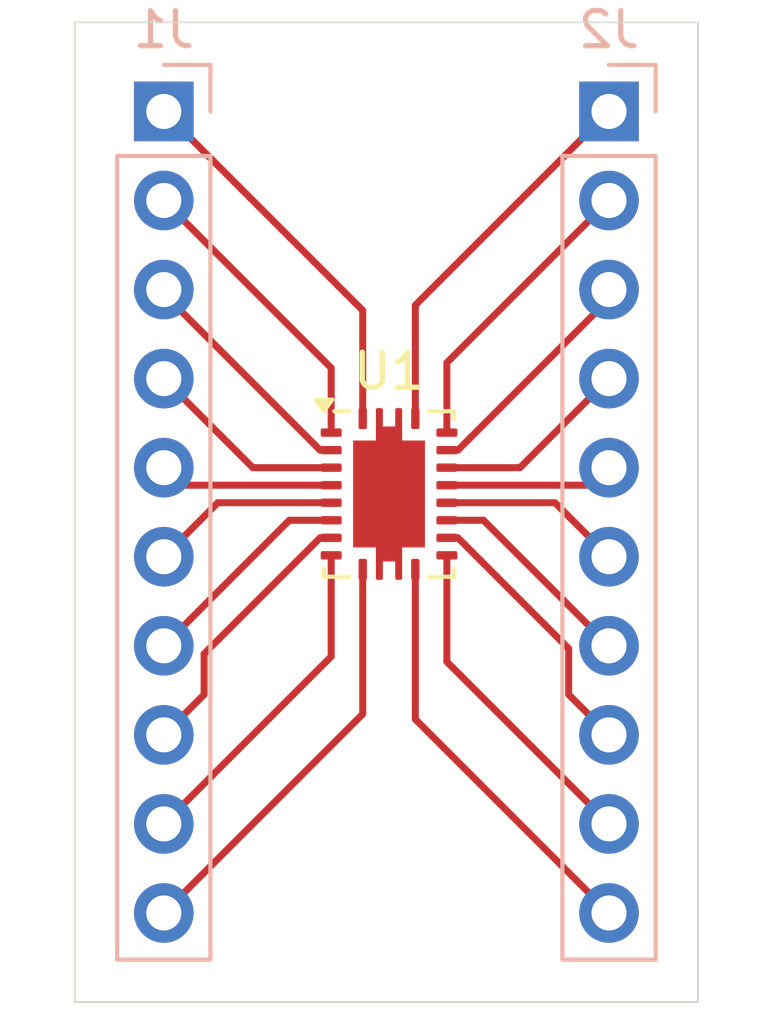
<source format=kicad_pcb>
(kicad_pcb (version 20240108) (generator "pcbnew") (generator_version "8.0")
  (layers (0 "F.Cu" signal) (31 "B.Cu" signal) (34 "B.Paste" user) (35 "F.Paste" user) (36 "B.SilkS" user "B.Silkscreen") (37 "F.SilkS" user "F.Silkscreen") (38 "B.Mask" user) (39 "F.Mask" user) (44 "Edge.Cuts" user))
  (net 0 "")
  (net 1 "OUT")
  (net 2 "AC1")
  (net 3 "PGND")
  (net 4 "CLAMP1")
  (net 5 "CHG")
  (net 6 "COMM1")
  (net 7 "AD")
  (net 8 "EN1")
  (net 9 "AD-EN")
  (net 10 "BOOT1")
  (net 11 "RECT")
  (net 12 "BOOT2")
  (net 13 "FOD")
  (net 14 "EN2")
  (net 15 "TS{slash}CTRL")
  (net 16 "AC2")
  (net 17 "ILIM")
  (net 18 "COMM2")
  (net 19 "CLAMP2")
  (footprint "Package_DFN_QFN:Texas_VQFN-RHL-20" (layer "F.Cu") (at 80.085 46.47)
    (property "Reference" "U1" (at 0 -3.5 0) (layer "F.SilkS"))
    (property "Value" "~")
    (fp_line (start -1.86 2.13) (end -1.86 2.36) (stroke (width 0.12)) (layer "F.SilkS"))
    (fp_line (start -1.86 2.36) (end -1.13 2.36) (stroke (width 0.12)) (layer "F.SilkS"))
    (fp_line (start -1.13 -2.36) (end -1.56 -2.36) (stroke (width 0.12)) (layer "F.SilkS"))
    (fp_line (start 1.13 -2.36) (end 1.86 -2.36) (stroke (width 0.12)) (layer "F.SilkS"))
    (fp_line (start 1.13 2.36) (end 1.86 2.36) (stroke (width 0.12)) (layer "F.SilkS"))
    (fp_line (start 1.86 -2.36) (end 1.86 -2.13) (stroke (width 0.12)) (layer "F.SilkS"))
    (fp_line (start 1.86 2.13) (end 1.86 2.36) (stroke (width 0.12)) (layer "F.SilkS"))
    (fp_poly (pts (xy -1.86 -2.36) (xy -2.1 -2.69) (xy -1.62 -2.69) (xy -1.86 -2.36)) (stroke (width 0.12)) (fill solid) (layer "F.SilkS"))
    (pad "1" smd roundrect (at -0.75 -2.15) (size 0.24 0.6) (layers "F.Cu" "F.Paste" "F.Mask") (roundrect_rratio 0.21) (net 3 "PGND"))
    (pad "2" smd roundrect (at -1.65 -1.75) (size 0.6 0.24) (layers "F.Cu" "F.Paste" "F.Mask") (roundrect_rratio 0.21) (net 2 "AC1"))
    (pad "3" smd roundrect (at -1.65 -1.25) (size 0.6 0.24) (layers "F.Cu" "F.Paste" "F.Mask") (roundrect_rratio 0.21) (net 10 "BOOT1"))
    (pad "4" smd roundrect (at -1.65 -0.75) (size 0.6 0.24) (layers "F.Cu" "F.Paste" "F.Mask") (roundrect_rratio 0.21) (net 1 "OUT"))
    (pad "5" smd roundrect (at -1.65 -0.25) (size 0.6 0.24) (layers "F.Cu" "F.Paste" "F.Mask") (roundrect_rratio 0.21) (net 4 "CLAMP1"))
    (pad "6" smd roundrect (at -1.65 0.25) (size 0.6 0.24) (layers "F.Cu" "F.Paste" "F.Mask") (roundrect_rratio 0.21) (net 6 "COMM1"))
    (pad "7" smd roundrect (at -1.65 0.75) (size 0.6 0.24) (layers "F.Cu" "F.Paste" "F.Mask") (roundrect_rratio 0.21) (net 5 "CHG"))
    (pad "8" smd roundrect (at -1.65 1.25) (size 0.6 0.24) (layers "F.Cu" "F.Paste" "F.Mask") (roundrect_rratio 0.21) (net 9 "AD-EN"))
    (pad "9" smd roundrect (at -1.65 1.75) (size 0.6 0.24) (layers "F.Cu" "F.Paste" "F.Mask") (roundrect_rratio 0.21) (net 7 "AD"))
    (pad "10" smd roundrect (at -0.75 2.15) (size 0.24 0.6) (layers "F.Cu" "F.Paste" "F.Mask") (roundrect_rratio 0.21) (net 8 "EN1"))
    (pad "11" smd roundrect (at 0.75 2.15) (size 0.24 0.6) (layers "F.Cu" "F.Paste" "F.Mask") (roundrect_rratio 0.21) (net 14 "EN2"))
    (pad "12" smd roundrect (at 1.65 1.75) (size 0.6 0.24) (layers "F.Cu" "F.Paste" "F.Mask") (roundrect_rratio 0.21) (net 17 "ILIM"))
    (pad "13" smd roundrect (at 1.65 1.25) (size 0.6 0.24) (layers "F.Cu" "F.Paste" "F.Mask") (roundrect_rratio 0.21) (net 15 "TS{slash}CTRL"))
    (pad "14" smd roundrect (at 1.65 0.75) (size 0.6 0.24) (layers "F.Cu" "F.Paste" "F.Mask") (roundrect_rratio 0.21) (net 13 "FOD"))
    (pad "15" smd roundrect (at 1.65 0.25) (size 0.6 0.24) (layers "F.Cu" "F.Paste" "F.Mask") (roundrect_rratio 0.21) (net 18 "COMM2"))
    (pad "16" smd roundrect (at 1.65 -0.25) (size 0.6 0.24) (layers "F.Cu" "F.Paste" "F.Mask") (roundrect_rratio 0.21) (net 19 "CLAMP2"))
    (pad "17" smd roundrect (at 1.65 -0.75) (size 0.6 0.24) (layers "F.Cu" "F.Paste" "F.Mask") (roundrect_rratio 0.21) (net 12 "BOOT2"))
    (pad "18" smd roundrect (at 1.65 -1.25) (size 0.6 0.24) (layers "F.Cu" "F.Paste" "F.Mask") (roundrect_rratio 0.21) (net 11 "RECT"))
    (pad "19" smd roundrect (at 1.65 -1.75) (size 0.6 0.24) (layers "F.Cu" "F.Paste" "F.Mask") (roundrect_rratio 0.21) (net 16 "AC2"))
    (pad "20" smd roundrect (at 0.75 -2.15) (size 0.24 0.6) (layers "F.Cu" "F.Paste" "F.Mask") (roundrect_rratio 0.21) (net 3 "PGND"))
    (pad "21" smd roundrect (at -0.275 -2.15) (size 0.2 0.6) (layers "F.Cu" "F.Paste" "F.Mask"))
    (pad "21" smd roundrect (at -0.275 2.15) (size 0.2 0.6) (layers "F.Cu" "F.Paste" "F.Mask"))
    (pad "21" smd custom (at 0 0) (size 1.524 1.524) (layers "F.Cu" "F.Mask") (options (clearance outline) (anchor rect)) (primitives (gr_poly (pts (xy 0.375 -1.525) (xy 1.025 -1.525) (xy 1.025 1.525) (xy 0.375 1.525) (xy 0.375 1.925) (xy -0.375 1.925) (xy -0.375 1.525) (xy -1.025 1.525) (xy -1.025 -1.525) (xy -0.375 -1.525) (xy -0.375 -1.925) (xy 0.375 -1.925)) (width 0) (fill yes))))
    (pad "21" smd roundrect (at 0.275 -2.15) (size 0.2 0.6) (layers "F.Cu" "F.Paste" "F.Mask"))
    (pad "21" smd roundrect (at 0.275 2.15) (size 0.2 0.6) (layers "F.Cu" "F.Paste" "F.Mask"))
  )
  (footprint "Connector_PinHeader_2.54mm:PinHeader_1x10_P2.54mm_Vertical" (layer "B.Cu") (at 73.66 35.56 180)
    (property "Reference" "J1" (at 0 2.33 0) (layer "B.SilkS") (effects (justify mirror)))
    (property "Value" "Conn_01x10")
    (fp_line (start 1.33 -1.27) (end -1.33 -1.27) (stroke (width 0.12)) (layer "B.SilkS"))
    (fp_line (start 1.33 -24.19) (end 1.33 -1.27) (stroke (width 0.12)) (layer "B.SilkS"))
    (fp_line (start 1.33 -24.19) (end -1.33 -24.19) (stroke (width 0.12)) (layer "B.SilkS"))
    (fp_line (start 0 1.33) (end -1.33 1.33) (stroke (width 0.12)) (layer "B.SilkS"))
    (fp_line (start -1.33 1.33) (end -1.33 0) (stroke (width 0.12)) (layer "B.SilkS"))
    (fp_line (start -1.33 -24.19) (end -1.33 -1.27) (stroke (width 0.12)) (layer "B.SilkS"))
    (pad "1" thru_hole rect (at 0 0 180) (size 1.7 1.7) (drill 1) (layers "*.Cu" "*.Mask") (net 3 "PGND"))
    (pad "2" thru_hole oval (at 0 -2.54 180) (size 1.7 1.7) (drill 1) (layers "*.Cu" "*.Mask") (net 2 "AC1"))
    (pad "3" thru_hole oval (at 0 -5.08 180) (size 1.7 1.7) (drill 1) (layers "*.Cu" "*.Mask") (net 10 "BOOT1"))
    (pad "4" thru_hole oval (at 0 -7.62 180) (size 1.7 1.7) (drill 1) (layers "*.Cu" "*.Mask") (net 1 "OUT"))
    (pad "5" thru_hole oval (at 0 -10.16 180) (size 1.7 1.7) (drill 1) (layers "*.Cu" "*.Mask") (net 4 "CLAMP1"))
    (pad "6" thru_hole oval (at 0 -12.7 180) (size 1.7 1.7) (drill 1) (layers "*.Cu" "*.Mask") (net 6 "COMM1"))
    (pad "7" thru_hole oval (at 0 -15.24 180) (size 1.7 1.7) (drill 1) (layers "*.Cu" "*.Mask") (net 5 "CHG"))
    (pad "8" thru_hole oval (at 0 -17.78 180) (size 1.7 1.7) (drill 1) (layers "*.Cu" "*.Mask") (net 9 "AD-EN"))
    (pad "9" thru_hole oval (at 0 -20.32 180) (size 1.7 1.7) (drill 1) (layers "*.Cu" "*.Mask") (net 7 "AD"))
    (pad "10" thru_hole oval (at 0 -22.86 180) (size 1.7 1.7) (drill 1) (layers "*.Cu" "*.Mask") (net 8 "EN1"))
  )
  (footprint "Connector_PinHeader_2.54mm:PinHeader_1x10_P2.54mm_Vertical" (layer "B.Cu") (at 86.36 35.56 180)
    (property "Reference" "J2" (at 0 2.33 0) (layer "B.SilkS") (effects (justify mirror)))
    (property "Value" "Conn_01x10")
    (fp_line (start 1.33 -1.27) (end -1.33 -1.27) (stroke (width 0.12)) (layer "B.SilkS"))
    (fp_line (start 1.33 -24.19) (end 1.33 -1.27) (stroke (width 0.12)) (layer "B.SilkS"))
    (fp_line (start 1.33 -24.19) (end -1.33 -24.19) (stroke (width 0.12)) (layer "B.SilkS"))
    (fp_line (start 0 1.33) (end -1.33 1.33) (stroke (width 0.12)) (layer "B.SilkS"))
    (fp_line (start -1.33 1.33) (end -1.33 0) (stroke (width 0.12)) (layer "B.SilkS"))
    (fp_line (start -1.33 -24.19) (end -1.33 -1.27) (stroke (width 0.12)) (layer "B.SilkS"))
    (pad "1" thru_hole rect (at 0 0 180) (size 1.7 1.7) (drill 1) (layers "*.Cu" "*.Mask") (net 3 "PGND"))
    (pad "2" thru_hole oval (at 0 -2.54 180) (size 1.7 1.7) (drill 1) (layers "*.Cu" "*.Mask") (net 16 "AC2"))
    (pad "3" thru_hole oval (at 0 -5.08 180) (size 1.7 1.7) (drill 1) (layers "*.Cu" "*.Mask") (net 11 "RECT"))
    (pad "4" thru_hole oval (at 0 -7.62 180) (size 1.7 1.7) (drill 1) (layers "*.Cu" "*.Mask") (net 12 "BOOT2"))
    (pad "5" thru_hole oval (at 0 -10.16 180) (size 1.7 1.7) (drill 1) (layers "*.Cu" "*.Mask") (net 19 "CLAMP2"))
    (pad "6" thru_hole oval (at 0 -12.7 180) (size 1.7 1.7) (drill 1) (layers "*.Cu" "*.Mask") (net 18 "COMM2"))
    (pad "7" thru_hole oval (at 0 -15.24 180) (size 1.7 1.7) (drill 1) (layers "*.Cu" "*.Mask") (net 13 "FOD"))
    (pad "8" thru_hole oval (at 0 -17.78 180) (size 1.7 1.7) (drill 1) (layers "*.Cu" "*.Mask") (net 15 "TS{slash}CTRL"))
    (pad "9" thru_hole oval (at 0 -20.32 180) (size 1.7 1.7) (drill 1) (layers "*.Cu" "*.Mask") (net 17 "ILIM"))
    (pad "10" thru_hole oval (at 0 -22.86 180) (size 1.7 1.7) (drill 1) (layers "*.Cu" "*.Mask") (net 14 "EN2"))
  )
  (gr_rect (start 71.12 33.02) (end 88.9 60.96) (stroke (width 0.05)) (fill none) (layer "Edge.Cuts"))
  (segment (start 76.2 45.72) (end 73.66 43.18) (width 0.2) (layer "F.Cu") (net 1))
  (segment (start 78.435 45.72) (end 76.2 45.72) (width 0.2) (layer "F.Cu") (net 1))
  (segment (start 78.435 44.72) (end 78.435 42.875) (width 0.2) (layer "F.Cu") (net 2))
  (segment (start 78.435 42.875) (end 73.66 38.1) (width 0.2) (layer "F.Cu") (net 2))
  (segment (start 79.335 41.235) (end 73.66 35.56) (width 0.2) (layer "F.Cu") (net 3))
  (segment (start 80.835 44.32) (end 80.835 41.085) (width 0.2) (layer "F.Cu") (net 3))
  (segment (start 79.335 44.32) (end 79.335 41.235) (width 0.2) (layer "F.Cu") (net 3))
  (segment (start 80.835 41.085) (end 86.36 35.56) (width 0.2) (layer "F.Cu") (net 3))
  (segment (start 74.16 46.22) (end 73.66 45.72) (width 0.2) (layer "F.Cu") (net 4))
  (segment (start 78.435 46.22) (end 74.16 46.22) (width 0.2) (layer "F.Cu") (net 4))
  (segment (start 78.435 47.22) (end 77.24 47.22) (width 0.2) (layer "F.Cu") (net 5))
  (segment (start 77.24 47.22) (end 73.66 50.8) (width 0.2) (layer "F.Cu") (net 5))
  (segment (start 75.2 46.72) (end 73.66 48.26) (width 0.2) (layer "F.Cu") (net 6))
  (segment (start 78.435 46.72) (end 75.2 46.72) (width 0.2) (layer "F.Cu") (net 6))
  (segment (start 78.435 48.22) (end 78.435 51.105) (width 0.2) (layer "F.Cu") (net 7))
  (segment (start 78.435 51.105) (end 73.66 55.88) (width 0.2) (layer "F.Cu") (net 7))
  (segment (start 79.335 48.62) (end 79.335 52.745) (width 0.2) (layer "F.Cu") (net 8))
  (segment (start 79.335 52.745) (end 73.66 58.42) (width 0.2) (layer "F.Cu") (net 8))
  (segment (start 74.81 52.19) (end 73.66 53.34) (width 0.2) (layer "F.Cu") (net 9))
  (segment (start 78.118864 47.72) (end 74.81 51.028864) (width 0.2) (layer "F.Cu") (net 9))
  (segment (start 74.81 51.028864) (end 74.81 52.19) (width 0.2) (layer "F.Cu") (net 9))
  (segment (start 78.435 47.72) (end 78.118864 47.72) (width 0.2) (layer "F.Cu") (net 9))
  (segment (start 78.435 45.22) (end 78.118864 45.22) (width 0.2) (layer "F.Cu") (net 10))
  (segment (start 73.66 40.761136) (end 73.66 40.64) (width 0.2) (layer "F.Cu") (net 10))
  (segment (start 78.118864 45.22) (end 73.66 40.761136) (width 0.2) (layer "F.Cu") (net 10))
  (segment (start 86.36 40.911136) (end 86.36 40.64) (width 0.2) (layer "F.Cu") (net 11))
  (segment (start 81.735 45.22) (end 82.051136 45.22) (width 0.2) (layer "F.Cu") (net 11))
  (segment (start 82.051136 45.22) (end 86.36 40.911136) (width 0.2) (layer "F.Cu") (net 11))
  (segment (start 81.735 45.72) (end 83.82 45.72) (width 0.2) (layer "F.Cu") (net 12))
  (segment (start 83.82 45.72) (end 86.36 43.18) (width 0.2) (layer "F.Cu") (net 12))
  (segment (start 81.735 47.22) (end 82.78 47.22) (width 0.2) (layer "F.Cu") (net 13))
  (segment (start 82.78 47.22) (end 86.36 50.8) (width 0.2) (layer "F.Cu") (net 13))
  (segment (start 80.835 48.62) (end 80.835 52.895) (width 0.2) (layer "F.Cu") (net 14))
  (segment (start 80.835 52.895) (end 86.36 58.42) (width 0.2) (layer "F.Cu") (net 14))
  (segment (start 81.735 47.72) (end 82.051136 47.72) (width 0.2) (layer "F.Cu") (net 15))
  (segment (start 85.21 50.878864) (end 85.21 52.19) (width 0.2) (layer "F.Cu") (net 15))
  (segment (start 85.21 52.19) (end 86.36 53.34) (width 0.2) (layer "F.Cu") (net 15))
  (segment (start 82.051136 47.72) (end 85.21 50.878864) (width 0.2) (layer "F.Cu") (net 15))
  (segment (start 81.735 44.72) (end 81.735 42.725) (width 0.2) (layer "F.Cu") (net 16))
  (segment (start 81.735 42.725) (end 86.36 38.1) (width 0.2) (layer "F.Cu") (net 16))
  (segment (start 81.735 51.255) (end 86.36 55.88) (width 0.2) (layer "F.Cu") (net 17))
  (segment (start 81.735 48.22) (end 81.735 51.255) (width 0.2) (layer "F.Cu") (net 17))
  (segment (start 84.82 46.72) (end 86.36 48.26) (width 0.2) (layer "F.Cu") (net 18))
  (segment (start 81.735 46.72) (end 84.82 46.72) (width 0.2) (layer "F.Cu") (net 18))
  (segment (start 81.735 46.22) (end 85.86 46.22) (width 0.2) (layer "F.Cu") (net 19))
  (segment (start 85.86 46.22) (end 86.36 45.72) (width 0.2) (layer "F.Cu") (net 19))
)
</source>
